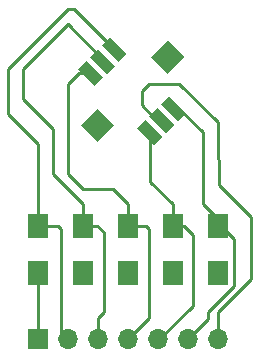
<source format=gbr>
G04 #@! TF.FileFunction,Copper,L1,Top,Signal*
%FSLAX46Y46*%
G04 Gerber Fmt 4.6, Leading zero omitted, Abs format (unit mm)*
G04 Created by KiCad (PCBNEW 4.0.4-stable) date 06/04/17 22:37:21*
%MOMM*%
%LPD*%
G01*
G04 APERTURE LIST*
%ADD10C,0.100000*%
%ADD11R,1.700000X1.700000*%
%ADD12O,1.700000X1.700000*%
%ADD13R,1.700000X2.000000*%
%ADD14C,0.600000*%
%ADD15C,0.250000*%
G04 APERTURE END LIST*
D10*
G36*
X154485965Y-106590688D02*
X155193072Y-105883581D01*
X156607285Y-107297794D01*
X155900178Y-108004901D01*
X154485965Y-106590688D01*
X154485965Y-106590688D01*
G37*
G36*
X155493592Y-105583060D02*
X156200699Y-104875953D01*
X157614912Y-106290166D01*
X156907805Y-106997273D01*
X155493592Y-105583060D01*
X155493592Y-105583060D01*
G37*
G36*
X156501220Y-104575433D02*
X157208327Y-103868326D01*
X158622540Y-105282539D01*
X157915433Y-105989646D01*
X156501220Y-104575433D01*
X156501220Y-104575433D01*
G37*
G36*
X151480761Y-99554975D02*
X152187868Y-98847868D01*
X153602081Y-100262081D01*
X152894974Y-100969188D01*
X151480761Y-99554975D01*
X151480761Y-99554975D01*
G37*
G36*
X149465507Y-101570229D02*
X150172614Y-100863122D01*
X151586827Y-102277335D01*
X150879720Y-102984442D01*
X149465507Y-101570229D01*
X149465507Y-101570229D01*
G37*
G36*
X150473134Y-100562602D02*
X151180241Y-99855495D01*
X152594454Y-101269708D01*
X151887347Y-101976815D01*
X150473134Y-100562602D01*
X150473134Y-100562602D01*
G37*
G36*
X149712994Y-106343200D02*
X151127208Y-104928986D01*
X152541422Y-106343200D01*
X151127208Y-107757414D01*
X149712994Y-106343200D01*
X149712994Y-106343200D01*
G37*
G36*
X155652691Y-100544924D02*
X157066905Y-99130710D01*
X158481119Y-100544924D01*
X157066905Y-101959138D01*
X155652691Y-100544924D01*
X155652691Y-100544924D01*
G37*
D11*
X146050000Y-124460000D03*
D12*
X148590000Y-124460000D03*
X151130000Y-124460000D03*
X153670000Y-124460000D03*
X156210000Y-124460000D03*
X158750000Y-124460000D03*
X161290000Y-124460000D03*
D13*
X146050000Y-118840000D03*
X146050000Y-114840000D03*
X149860000Y-118840000D03*
X149860000Y-114840000D03*
X153670000Y-118840000D03*
X153670000Y-114840000D03*
X157480000Y-118840000D03*
X157480000Y-114840000D03*
X161290000Y-118840000D03*
X161290000Y-114840000D03*
D14*
X146050000Y-119189500D03*
X157480000Y-118840000D03*
X153670000Y-118840000D03*
X149860000Y-118840000D03*
X161417000Y-118999000D03*
D15*
X157480000Y-114840000D02*
X158401000Y-114840000D01*
X159194500Y-121602500D02*
X156337000Y-124460000D01*
X159194500Y-115633500D02*
X159194500Y-121602500D01*
X158401000Y-114840000D02*
X159194500Y-115633500D01*
X156337000Y-124460000D02*
X156210000Y-124460000D01*
X155546625Y-106944241D02*
X155546625Y-111096625D01*
X157480000Y-113030000D02*
X157480000Y-114840000D01*
X155546625Y-111096625D02*
X157480000Y-113030000D01*
X161290000Y-114840000D02*
X161576000Y-114840000D01*
X161576000Y-114840000D02*
X162687000Y-115951000D01*
X160464500Y-122745500D02*
X158750000Y-124460000D01*
X160464500Y-122174000D02*
X160464500Y-122745500D01*
X162687000Y-119951500D02*
X160464500Y-122174000D01*
X162687000Y-115951000D02*
X162687000Y-119951500D01*
X157561880Y-104928986D02*
X158014986Y-104928986D01*
X158014986Y-104928986D02*
X160020000Y-106934000D01*
X160020000Y-106934000D02*
X160020000Y-112966500D01*
X160020000Y-112966500D02*
X161290000Y-114236500D01*
X161290000Y-114236500D02*
X161290000Y-114840000D01*
X146050000Y-114840000D02*
X147733000Y-114840000D01*
X148018500Y-115125500D02*
X148018500Y-123888500D01*
X147733000Y-114840000D02*
X148018500Y-115125500D01*
X148018500Y-123888500D02*
X148590000Y-124460000D01*
X146050000Y-114840000D02*
X146050000Y-107950000D01*
X149152893Y-96520000D02*
X152541421Y-99908528D01*
X148590000Y-96520000D02*
X149152893Y-96520000D01*
X143510000Y-101600000D02*
X148590000Y-96520000D01*
X143510000Y-105410000D02*
X143510000Y-101600000D01*
X146050000Y-107950000D02*
X143510000Y-105410000D01*
X153670000Y-114840000D02*
X155226000Y-114840000D01*
X155511500Y-122618500D02*
X153670000Y-124460000D01*
X155511500Y-115125500D02*
X155511500Y-122618500D01*
X155226000Y-114840000D02*
X155511500Y-115125500D01*
X150526167Y-101923782D02*
X149536218Y-101923782D01*
X153670000Y-113030000D02*
X153670000Y-114840000D01*
X152400000Y-111760000D02*
X153670000Y-113030000D01*
X149860000Y-111760000D02*
X152400000Y-111760000D01*
X148590000Y-110490000D02*
X149860000Y-111760000D01*
X148590000Y-102870000D02*
X148590000Y-110490000D01*
X149536218Y-101923782D02*
X148590000Y-102870000D01*
X149860000Y-114840000D02*
X151098500Y-114840000D01*
X151130000Y-122682000D02*
X151130000Y-124460000D01*
X151638000Y-122174000D02*
X151130000Y-122682000D01*
X151638000Y-115379500D02*
X151638000Y-122174000D01*
X151098500Y-114840000D02*
X151638000Y-115379500D01*
X151533794Y-100916155D02*
X151533794Y-100733794D01*
X151533794Y-100733794D02*
X148590000Y-97790000D01*
X148590000Y-97790000D02*
X144780000Y-101600000D01*
X144780000Y-101600000D02*
X144780000Y-104140000D01*
X144780000Y-104140000D02*
X147320000Y-106680000D01*
X147320000Y-106680000D02*
X147320000Y-110490000D01*
X147320000Y-110490000D02*
X149860000Y-113030000D01*
X149860000Y-113030000D02*
X149860000Y-114840000D01*
X146050000Y-119189500D02*
X146050000Y-118840000D01*
X161290000Y-118872000D02*
X161417000Y-118999000D01*
X161290000Y-118872000D02*
X161290000Y-118840000D01*
X146050000Y-124460000D02*
X146050000Y-118840000D01*
X161290000Y-124460000D02*
X161290000Y-122174000D01*
X154876500Y-104648000D02*
X156165113Y-105936613D01*
X154876500Y-103441500D02*
X154876500Y-104648000D01*
X155511500Y-102806500D02*
X154876500Y-103441500D01*
X158051500Y-102806500D02*
X155511500Y-102806500D01*
X161290000Y-106045000D02*
X158051500Y-102806500D01*
X161290000Y-109156500D02*
X161290000Y-106045000D01*
X161417000Y-109283500D02*
X161290000Y-109156500D01*
X161417000Y-111379000D02*
X161417000Y-109283500D01*
X164147500Y-114109500D02*
X161417000Y-111379000D01*
X164147500Y-119316500D02*
X164147500Y-114109500D01*
X161290000Y-122174000D02*
X164147500Y-119316500D01*
X156165113Y-105936613D02*
X156554252Y-105936613D01*
M02*

</source>
